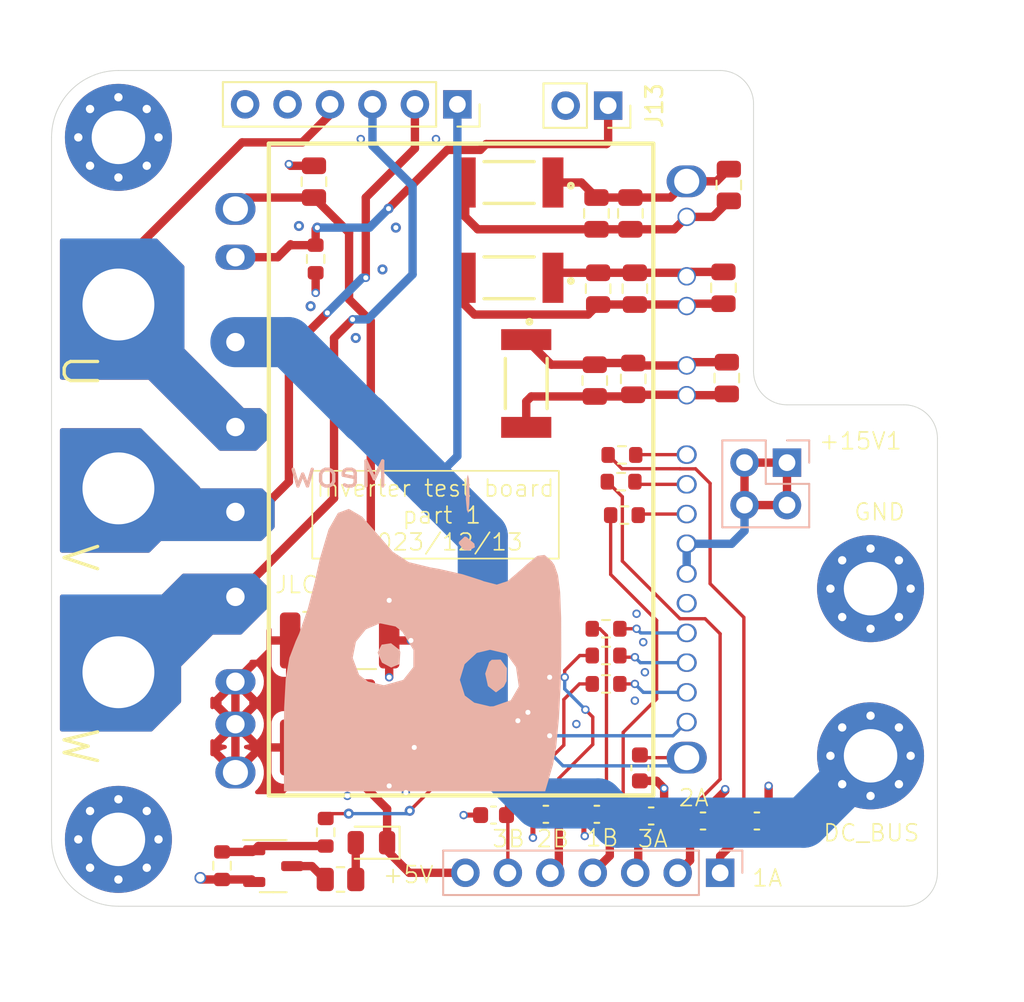
<source format=kicad_pcb>
(kicad_pcb (version 20221018) (generator pcbnew)
  (layers (0 "F.Cu" signal) (1 "In1.Cu" signal) (2 "In2.Cu" signal) (31 "B.Cu" signal) (34 "B.Paste" user) (35 "F.Paste" user) (36 "B.SilkS" user "B.Silkscreen") (37 "F.SilkS" user "F.Silkscreen") (38 "B.Mask" user) (39 "F.Mask" user) (44 "Edge.Cuts" user))
  (net 0 "")
  (net 1 "GND")
  (net 2 "+5V1")
  (net 3 "DC_BUS")
  (net 4 "/M+1")
  (net 5 "/M-1")
  (net 6 "/M+2")
  (net 7 "/M-2")
  (net 8 "/M+3")
  (net 9 "/M-3")
  (net 10 "/OPWM1A")
  (net 11 "/OPWM2A")
  (net 12 "/OPWM3A")
  (net 13 "/OPWM1B")
  (net 14 "/OPWM2B")
  (net 15 "/OPWM3B")
  (net 16 "Net-(Q2-CSC)")
  (net 17 "+15V1")
  (net 18 "Net-(D1-K)")
  (net 19 "/U")
  (net 20 "/V")
  (net 21 "/W")
  (net 22 "Net-(Q1-B)")
  (net 23 "Net-(Q1-C)")
  (net 24 "/TEMP1")
  (net 25 "/CSC")
  (net 26 "/DSP_PWM1_~{FAULT_5V}")
  (net 27 "Net-(Q2-IN(WL))")
  (net 28 "Net-(Q2-IN(VL))")
  (net 29 "Net-(Q2-IN(UL))")
  (net 30 "Net-(Q2-IN(WH))")
  (net 31 "Net-(Q2-IN(VH))")
  (net 32 "Net-(Q2-IN(UH))")
  (footprint "Capacitor_SMD:C_0805_2012Metric" (layer "F.Cu") (at 57.9 124.05 -90)
    (fp_text reference "C11" hide)
    (fp_text value "100nf")
  )
  (footprint "inverter_lib:M3_smt" (layer "F.Cu") (at 27 147)
    (fp_text reference "J11" hide)
    (fp_text value "Header 2")
  )
  (footprint "inverter_lib:MELF_DO-213AB" (layer "F.Cu") (at 50.375 123.4 180)
    (fp_text reference "Z2" hide)
    (fp_text value "ZM4746A-GS08" hide)
  )
  (footprint "Resistor_SMD:R_0603_1608Metric" (layer "F.Cu") (at 38.8 122.275 90)
    (fp_text reference "R12" hide)
    (fp_text value "5.1k")
  )
  (footprint "Capacitor_SMD:C_0805_2012Metric" (layer "F.Cu") (at 38.7 117.65 -90)
    (fp_text reference "C8" hide)
    (fp_text value "100nf")
  )
  (footprint "inverter_lib:MELF_DO-213AB" (layer "F.Cu") (at 51.4 129.725 -90)
    (fp_text reference "Z3" hide)
    (fp_text value "ZM4746A-GS08" hide)
  )
  (footprint "Package_TO_SOT_SMD:SOT-23-3" (layer "F.Cu") (at 36.2625 158.6)
    (fp_text reference "Q1" hide)
    (fp_text value "FMMT618TA")
  )
  (footprint "Resistor_SMD:R_0603_1608Metric" (layer "F.Cu") (at 39.4 156.575 90)
    (fp_text reference "R6" hide)
    (fp_text value "10K")
  )
  (footprint "Connector_PinSocket_2.54mm:PinSocket_1x02_P2.54mm_Vertical" (layer "F.Cu") (at 56.3 113.1 -90)
    (fp_text reference "J13")
    (fp_text value "Conn_01x02_Pin")
  )
  (footprint "Resistor_SMD:R_0603_1608Metric" (layer "F.Cu") (at 56.175 146 180)
    (fp_text reference "R17" hide)
    (fp_text value "100R")
  )
  (footprint "Capacitor_SMD:C_0805_2012Metric" (layer "F.Cu") (at 57.63 119.55 -90)
    (fp_text reference "C5" hide)
    (fp_text value "2.2uf")
  )
  (footprint "Resistor_SMD:R_0603_1608Metric" (layer "F.Cu") (at 57.125 134 180)
    (fp_text reference "R13" hide)
    (fp_text value "100R")
  )
  (footprint "Resistor_SMD:R_2512_6332Metric" (layer "F.Cu") (at 40.2375 145.1)
    (fp_text reference "R20" hide)
    (fp_text value "8mR")
  )
  (footprint "inverter_lib:M3_smt" (layer "F.Cu") (at 27 125)
    (fp_text reference "J8" hide)
    (fp_text value "Header 2")
  )
  (footprint "MountingHole:MountingHole_3.2mm_M3_Pad_Via" (layer "F.Cu") (at 27 115)
    (fp_text reference "H1" hide)
    (fp_text value "MountingHole_Pad")
  )
  (footprint "Capacitor_SMD:C_0603_1608Metric" (layer "F.Cu") (at 65.2 155.9 180)
    (fp_text reference "C15" hide)
    (fp_text value "100pf")
  )
  (footprint "Resistor_SMD:R_0603_1608Metric" (layer "F.Cu") (at 57.275 137.6 180)
    (fp_text reference "R15" hide)
    (fp_text value "100R")
  )
  (footprint "Capacitor_SMD:C_0805_2012Metric" (layer "F.Cu") (at 57.8 129.45 -90)
    (fp_text reference "C12" hide)
    (fp_text value "2.2uf")
  )
  (footprint "Capacitor_SMD:C_0603_1608Metric" (layer "F.Cu") (at 61.975 155.9 180)
    (fp_text reference "C16" hide)
    (fp_text value "100pf")
  )
  (footprint "Capacitor_SMD:C_0805_2012Metric" (layer "F.Cu") (at 63.4 129.4 -90)
    (fp_text reference "C14" hide)
    (fp_text value "100nf")
  )
  (footprint "Capacitor_SMD:C_0805_2012Metric" (layer "F.Cu") (at 63.2 124 -90)
    (fp_text reference "C10" hide)
    (fp_text value "2.2uf")
  )
  (footprint "MountingHole:MountingHole_3.2mm_M3_Pad_Via" (layer "F.Cu") (at 72 152)
    (fp_text reference "H3" hide)
    (fp_text value "MountingHole_Pad")
  )
  (footprint "MountingHole:MountingHole_3.2mm_M3_Pad_Via" (layer "F.Cu") (at 72 142)
    (fp_text reference "H4" hide)
    (fp_text value "MountingHole_Pad")
  )
  (footprint "Capacitor_SMD:C_0805_2012Metric" (layer "F.Cu") (at 55.6 119.55 -90)
    (fp_text reference "C6" hide)
    (fp_text value "2.2uf")
  )
  (footprint "Capacitor_SMD:C_0805_2012Metric" (layer "F.Cu") (at 55.5 129.55 -90)
    (fp_text reference "C13" hide)
    (fp_text value "2.2uf")
  )
  (footprint "inverter_lib:MELF_DO-213AB" (layer "F.Cu") (at 50.375 117.7 180)
    (fp_text reference "Z1" hide)
    (fp_text value "ZM4746A-GS08" hide)
  )
  (footprint "Resistor_SMD:R_0603_1608Metric" (layer "F.Cu") (at 57.075 135.6 180)
    (fp_text reference "R14" hide)
    (fp_text value "100R")
  )
  (footprint "LED_SMD:LED_0805_2012Metric" (layer "F.Cu") (at 42.1375 157.2 180)
    (fp_text reference "D1" hide)
    (fp_text value "LEDRED")
  )
  (footprint "Capacitor_SMD:C_0603_1608Metric" (layer "F.Cu") (at 55.625 155.5)
    (fp_text reference "C18" hide)
    (fp_text value "100pf")
  )
  (footprint "Capacitor_SMD:C_0805_2012Metric" (layer "F.Cu") (at 55.7 124.05 -90)
    (fp_text reference "C9" hide)
    (fp_text value "2.2uf")
  )
  (footprint "inverter_lib:M3_smt" (layer "F.Cu") (at 27 136)
    (fp_text reference "J9" hide)
    (fp_text value "Header 2")
  )
  (footprint "Resistor_SMD:R_0805_2012Metric" (layer "F.Cu") (at 40.2875 159.4)
    (fp_text reference "R3" hide)
    (fp_text value "301R")
  )
  (footprint "Capacitor_SMD:C_0603_1608Metric" (layer "F.Cu") (at 49.443141 155.546714)
    (fp_text reference "C20" hide)
    (fp_text value "100pf")
  )
  (footprint "Resistor_SMD:R_0603_1608Metric" (layer "F.Cu") (at 56.175 144.4 180)
    (fp_text reference "R16" hide)
    (fp_text value "100R")
  )
  (footprint "Resistor_SMD:R_0603_1608Metric" (layer "F.Cu") (at 33.2 158.575 -90)
    (fp_text reference "R7" hide)
    (fp_text value "2K")
  )
  (footprint "Capacitor_SMD:C_0603_1608Metric" (layer "F.Cu") (at 52.575 155.5)
    (fp_text reference "C19" hide)
    (fp_text value "100pf")
  )
  (footprint "Capacitor_SMD:C_0603_1608Metric" (layer "F.Cu") (at 58.875 155.6 180)
    (fp_text reference "C17" hide)
    (fp_text value "100pf")
  )
  (footprint "Resistor_SMD:R_0603_1608Metric" (layer "F.Cu") (at 56.175 147.7 180)
    (fp_text reference "R18" hide)
    (fp_text value "100R")
  )
  (footprint "Connector_PinSocket_2.54mm:PinSocket_1x06_P2.54mm_Vertical" (layer "F.Cu") (at 47.28 113.025 -90)
    (fp_text reference "J10" hide)
    (fp_text value "Conn_01x06_Pin")
  )
  (footprint "Resistor_SMD:R_2512_6332Metric" (layer "F.Cu") (at 40.2375 151.5)
    (fp_text reference "R19" hide)
    (fp_text value "8mR")
  )
  (footprint "MountingHole:MountingHole_3.2mm_M3_Pad_Via" (layer "F.Cu") (at 27 157)
    (fp_text reference "H2" hide)
    (fp_text value "MountingHole_Pad")
  )
  (footprint "Capacitor_SMD:C_0603_1608Metric" (layer "F.Cu") (at 58.2 152.725 90)
    (fp_text reference "C21" hide)
    (fp_text value "1nf")
  )
  (footprint "Capacitor_SMD:C_0805_2012Metric" (layer "F.Cu") (at 63.52 117.85 -90)
    (fp_text reference "C7" hide)
    (fp_text value "100nf")
  )
  (footprint "Resistor_SMD:R_1206_3216Metric" (layer "F.Cu") (at 40.3375 148.3 180)
    (fp_text reference "R21" hide)
    (fp_text value "2k")
  )
  (footprint "Connector_PinSocket_2.54mm:PinSocket_2x02_P2.54mm_Vertical" (layer "B.Cu") (at 67 134.46 90)
    (fp_text reference "J12" hide)
    (fp_text value "Conn_02x02_Odd_Even")
  )
  (footprint "LOGO" (layer "B.Cu") (at 46.988459 143.963477 180)
    (fp_text reference "G***" hide)
    (fp_text value "LOGO" hide)
  )
  (footprint "Connector_PinSocket_2.54mm:PinSocket_1x07_P2.54mm_Vertical" (layer "B.Cu") (at 63 159 90)
    (fp_text reference "J3" hide)
    (fp_text value "board_1")
  )
  (footprint "inverter_lib:FNC42060F" (layer "B.Cu") (at 47.5 135.3145)
    (fp_text reference "Q2" hide)
    (fp_text value "FNC42060F" hide)
  )
  (gr_rect (start 38.6 134.95) (end 53.35 140.2) (stroke (width 0.1)) (fill none) (layer "F.SilkS"))
  (gr_line (start 76 159) (end 76 133) (stroke (width 0.05)) (layer "Edge.Cuts"))
  (gr_line (start 23 115) (end 23 157) (stroke (width 0.05)) (layer "Edge.Cuts"))
  (gr_line (start 63 111) (end 27 111) (stroke (width 0.05)) (layer "Edge.Cuts"))
  (gr_arc (start 74 131) (mid 75.414214 131.585786) (end 76 133) (stroke (width 0.05)) (layer "Edge.Cuts"))
  (gr_line (start 67 131) (end 74 131) (stroke (width 0.05)) (layer "Edge.Cuts"))
  (gr_arc (start 63 111) (mid 64.414214 111.585786) (end 65 113) (stroke (width 0.05)) (layer "Edge.Cuts"))
  (gr_arc (start 76 159) (mid 75.414214 160.414214) (end 74 161) (stroke (width 0.05)) (layer "Edge.Cuts"))
  (gr_arc (start 23 115) (mid 24.171573 112.171573) (end 27 111) (stroke (width 0.05)) (layer "Edge.Cuts"))
  (gr_arc (start 67 131) (mid 65.585786 130.414214) (end 65 129) (stroke (width 0.05)) (layer "Edge.Cuts"))
  (gr_line (start 74 161) (end 27 161) (stroke (width 0.05)) (layer "Edge.Cuts"))
  (gr_arc (start 27 161) (mid 24.171573 159.828427) (end 23 157) (stroke (width 0.05)) (layer "Edge.Cuts"))
  (gr_line (start 65 113) (end 65 129) (stroke (width 0.05)) (layer "Edge.Cuts"))
  (gr_text "Meow" (at 43.3 136.05) (layer "B.SilkS") (effects (font (size 1.5 1.5) (thickness 0.2) bold) (justify left bottom mirror)))
  (gr_text "GND" (at 70.95 138) (layer "F.SilkS") (effects (font (size 1 1) (thickness 0.1)) (justify left bottom)))
  (gr_text "3B" (at 49.3 157.55) (layer "F.SilkS") (effects (font (size 1 1) (thickness 0.1)) (justify left bottom)))
  (gr_text "3A" (at 58 157.55) (layer "F.SilkS") (effects (font (size 1 1) (thickness 0.1)) (justify left bottom)))
  (gr_text "2B" (at 51.95 157.55) (layer "F.SilkS") (effects (font (size 1 1) (thickness 0.1)) (justify left bottom)))
  (gr_text "DC_BUS" (at 69.1 157.2) (layer "F.SilkS") (effects (font (size 1 1) (thickness 0.1)) (justify left bottom)))
  (gr_text "+5V" (at 42.75 159.7) (layer "F.SilkS") (effects (font (size 1 1) (thickness 0.1)) (justify left bottom)))
  (gr_text "inverter test board \npart 1\n2023/12/13" (at 46.35 139.8) (layer "F.SilkS") (effects (font (size 1 1) (thickness 0.1)) (justify bottom)))
  (gr_text "2A" (at 60.45 155.1) (layer "F.SilkS") (effects (font (size 1 1) (thickness 0.1)) (justify left bottom)))
  (gr_text "V" (at 23.5 139.15 270) (layer "F.SilkS") (effects (font (size 2 2) (thickness 0.2)) (justify left bottom)))
  (gr_text "1B" (at 54.9 157.5) (layer "F.SilkS") (effects (font (size 1 1) (thickness 0.1)) (justify left bottom)))
  (gr_text "W" (at 23.5 150.15 270) (layer "F.SilkS") (effects (font (size 2 2) (thickness 0.2)) (justify left bottom)))
  (gr_text "U" (at 23.5 127.8 270) (layer "F.SilkS") (effects (font (size 2 2) (thickness 0.2)) (justify left bottom)))
  (gr_text "JLCJLCJLC" (at 36.3 142.35) (layer "F.SilkS") (effects (font (size 1 1) (thickness 0.1)) (justify left bottom)))
  (gr_text "1A" (at 64.85 159.9) (layer "F.SilkS") (effects (font (size 1 1) (thickness 0.1)) (justify left bottom)))
  (gr_text "+15V1\n" (at 68.85 133.75) (layer "F.SilkS") (effects (font (size 1 1) (thickness 0.1)) (justify left bottom)))
  (segment (start 51.8 155.5) (end 51.8 156.9) (width 0.3) (layer "F.Cu") (net 1))
  (segment (start 62.75 154.65) (end 63.3 154.1) (width 0.5) (layer "F.Cu") (net 1))
  (segment (start 51.8 156.9) (end 51.8 156.8) (width 0.3) (layer "F.Cu") (net 1))
  (segment (start 65.975 155.9) (end 65.9 155.825) (width 0.5) (layer "F.Cu") (net 1))
  (segment (start 58.2 153.5) (end 59.2 153.5) (width 0.5) (layer "F.Cu") (net 1))
  (segment (start 43.2 145.1) (end 44.5 145.1) (width 0.5) (layer "F.Cu") (net 1))
  (segment (start 37.3 116.7) (end 37.2 116.6) (width 0.5) (layer "F.Cu") (net 1))
  (segment (start 65.9 155.825) (end 65.9 153.8) (width 0.5) (layer "F.Cu") (net 1))
  (segment (start 48.668141 155.546714) (end 47.653286 155.546714) (width 0.3) (layer "F.Cu") (net 1))
  (segment (start 33.2 159.4) (end 32 159.4) (width 0.5) (layer "F.Cu") (net 1))
  (segment (start 38.7 116.7) (end 37.3 116.7) (width 0.5) (layer "F.Cu") (net 1))
  (segment (start 55 156.8) (end 54.9 156.7) (width 0.3) (layer "F.Cu") (net 1))
  (segment (start 59.65 155.6) (end 59.65 153.95) (width 0.5) (layer "F.Cu") (net 1))
  (segment (start 43.2 151.5) (end 44.7 151.5) (width 0.5) (layer "F.Cu") (net 1))
  (segment (start 62.75 155.9) (end 62.75 154.65) (width 0.5) (layer "F.Cu") (net 1))
  (segment (start 63.3 154.1) (end 63.3 154) (width 0.5) (layer "F.Cu") (net 1))
  (segment (start 43.2 145.1) (end 43.2 147.3) (width 0.5) (layer "F.Cu") (net 1))
  (segment (start 43.2 151.5) (end 43.2 153.8) (width 0.5) (layer "F.Cu") (net 1))
  (segment (start 43.2 145.1) (end 43.2 142.7) (width 0.5) (layer "F.Cu") (net 1))
  (segment (start 54.9 156.7) (end 54.9 156.8) (width 0.3) (layer "F.Cu") (net 1))
  (segment (start 54.9 156.8) (end 55 156.8) (width 0.3) (layer "F.Cu") (net 1))
  (segment (start 33.2 159.4) (end 34.975 159.4) (width 0.5) (layer "F.Cu") (net 1))
  (segment (start 54.85 156.65) (end 54.9 156.7) (width 0.3) (layer "F.Cu") (net 1))
  (segment (start 38.8 123.1) (end 38.8 124.3) (width 0.5) (layer "F.Cu") (net 1))
  (segment (start 32 159.4) (end 31.9 159.3) (width 0.5) (layer "F.Cu") (net 1))
  (segment (start 59.2 153.5) (end 59.65 153.95) (width 0.5) (layer "F.Cu") (net 1))
  (segment (start 47.6 155.6) (end 47.653286 155.546714) (width 0.3) (layer "F.Cu") (net 1))
  (segment (start 54.85 155.5) (end 54.85 156.65) (width 0.3) (layer "F.Cu") (net 1))
  (segment (start 34.975 159.4) (end 35.125 159.55) (width 0.5) (layer "F.Cu") (net 1))
  (via (at 42.8 122.9) (size 0.6) (drill 0.3) (layers "F.Cu" "B.Cu") (net 1))
  (via (at 41.2 127) (size 0.6) (drill 0.3) (layers "F.Cu" "B.Cu") (net 1))
  (via (at 44.5 145.1) (size 0.5) (drill 0.3) (layers "F.Cu" "B.Cu") (net 1))
  (via (at 59.65 153.95) (size 0.5) (drill 0.3) (layers "F.Cu" "B.Cu") (net 1))
  (via (at 38.5 125.1) (size 0.6) (drill 0.3) (layers "F.Cu" "B.Cu") (net 1))
  (via (at 65.9 153.8) (size 0.5) (drill 0.3) (layers "F.Cu" "B.Cu") (net 1))
  (via (at 43.6 120.4) (size 0.6) (drill 0.3) (layers "F.Cu" "B.Cu") (net 1))
  (via (at 54.4 150.1) (size 0.5) (drill 0.3) (layers "F.Cu" "B.Cu") (net 1))
  (via (at 58.5 147) (size 0.5) (drill 0.3) (layers "F.Cu" "B.Cu") (net 1))
  (via (at 43.2 142.7) (size 0.5) (drill 0.3) (layers "F.Cu" "B.Cu") (net 1))
  (via (at 58 143.5) (size 0.5) (drill 0.3) (layers "F.Cu" "B.Cu") (net 1))
  (via (at 37.8 120.3) (size 0.6) (drill 0.3) (layers "F.Cu" "B.Cu") (net 1))
  (via (at 51.8 156.9) (size 0.5) (drill 0.3) (layers "F.Cu" "B.Cu") (net 1))
  (via (at 58.4 145.2) (size 0.5) (drill 0.3) (layers "F.Cu" "B.Cu") (net 1))
  (via (at 63.3 154) (size 0.5) (drill 0.3) (layers "F.Cu" "B.Cu") (net 1))
  (via (at 52.8 147.3) (size 0.6) (drill 0.3) (layers "F.Cu" "B.Cu") (net 1))
  (via (at 57.9 148.7) (size 0.5) (drill 0.3) (layers "F.Cu" "B.Cu") (net 1))
  (via (at 51.5 149.4) (size 0.6) (drill 0.3) (layers "F.Cu" "B.Cu") (net 1))
  (via (at 46 115.1) (size 0.5) (drill 0.3) (layers "F.Cu" "B.Cu") (net 1))
  (via (at 41.5 115.1) (size 0.5) (drill 0.3) (layers "F.Cu" "B.Cu") (net 1))
  (via (at 54.9 156.8) (size 0.5) (drill 0.3) (layers "F.Cu" "B.Cu") (net 1))
  (via (at 40.7 154.4) (size 0.5) (drill 0.3) (layers "F.Cu" "B.Cu") (net 1))
  (via (at 44.7 151.5) (size 0.5) (drill 0.3) (layers "F.Cu" "B.Cu") (net 1))
  (via (at 38.8 124.3) (size 0.5) (drill 0.3) (layers "F.Cu" "B.Cu") (net 1))
  (via (at 44.2 154.2) (size 0.5) (drill 0.3) (layers "F.Cu" "B.Cu") (net 1))
  (via (at 37.2 116.6) (size 0.5) (drill 0.3) (layers "F.Cu" "B.Cu") (net 1))
  (via (at 43.2 147.3) (size 0.5) (drill 0.3) (layers "F.Cu" "B.Cu") (net 1))
  (via (at 43.2 153.8) (size 0.5) (drill 0.3) (layers "F.Cu" "B.Cu") (net 1))
  (via (at 47.653286 155.546714) (size 0.5) (drill 0.3) (layers "F.Cu" "B.Cu") (net 1))
  (via (at 31.9 159.3) (size 0.7) (drill 0.5) (layers "F.Cu" "B.Cu") (net 1))
  (segment (start 40.8 124.68995) (end 40.8 120.7) (width 0.5) (layer "F.Cu") (net 2))
  (segment (start 44.4 159) (end 47.76 159) (width 0.5) (layer "F.Cu") (net 2))
  (segment (start 40.6 140.3) (end 42.1 138.8) (width 0.5) (layer "F.Cu") (net 2))
  (segment (start 42.1 138.8) (end 42.1 125.98995) (width 0.5) (layer "F.Cu") (net 2))
  (segment (start 43.075 155.175) (end 40.6 152.7) (width 0.5) (layer "F.Cu") (net 2))
  (segment (start 43.075 157.2) (end 43.075 157.675) (width 0.5) (layer "F.Cu") (net 2))
  (segment (start 43.075 157.2) (end 43.075 155.175) (width 0.5) (layer "F.Cu") (net 2))
  (segment (start 34.68 118.6) (end 34 119.28) (width 0.5) (layer "F.Cu") (net 2))
  (segment (start 40.6 152.7) (end 40.6 140.3) (width 0.5) (layer "F.Cu") (net 2))
  (segment (start 38.7 118.6) (end 34.68 118.6) (width 0.5) (layer "F.Cu") (net 2))
  (segment (start 42.1 125.98995) (end 40.8 124.68995) (width 0.5) (layer "F.Cu") (net 2))
  (segment (start 43.075 157.675) (end 44.4 159) (width 0.5) (layer "F.Cu") (net 2))
  (segment (start 40.8 120.7) (end 38.7 118.6) (width 0.5) (layer "F.Cu") (net 2))
  (segment (start 68 156) (end 72 152) (width 3) (layer "B.Cu") (net 3))
  (segment (start 48.8 151.5) (end 52.15 154.85) (width 3) (layer "B.Cu") (net 3))
  (segment (start 48.8 138.85) (end 48.8 151.5) (width 3) (layer "B.Cu") (net 3))
  (segment (start 45.65 135.7) (end 47.28 134.07) (width 0.5) (layer "B.Cu") (net 3))
  (segment (start 41.775 131.825) (end 41.725 131.825) (width 3) (layer "B.Cu") (net 3))
  (segment (start 56.85 156) (end 68 156) (width 3) (layer "B.Cu") (net 3))
  (segment (start 37.15 127.25) (end 34 127.25) (width 3) (layer "B.Cu") (net 3))
  (segment (start 55.707717 154.85) (end 56.85 155.992283) (width 3) (layer "B.Cu") (net 3))
  (segment (start 41.725 131.825) (end 37.15 127.25) (width 3) (layer "B.Cu") (net 3))
  (segment (start 56.85 155.992283) (end 56.85 156) (width 3) (layer "B.Cu") (net 3))
  (segment (start 45.65 135.7) (end 48.8 138.85) (width 3) (layer "B.Cu") (net 3))
  (segment (start 45.65 135.7) (end 41.775 131.825) (width 3) (layer "B.Cu") (net 3))
  (segment (start 47.28 134.07) (end 47.28 113.025) (width 0.5) (layer "B.Cu") (net 3))
  (segment (start 52.15 154.85) (end 55.707717 154.85) (width 3) (layer "B.Cu") (net 3))
  (segment (start 57.63 118.6) (end 60.029 118.6) (width 0.5) (layer "F.Cu") (net 4))
  (segment (start 53 117.7) (end 54.7 117.7) (width 0.5) (layer "F.Cu") (net 4))
  (segment (start 60.029 118.6) (end 61 117.629) (width 0.5) (layer "F.Cu") (net 4))
  (segment (start 55.6 118.6) (end 57.63 118.6) (width 0.5) (layer "F.Cu") (net 4))
  (segment (start 54.7 117.7) (end 55.6 118.6) (width 0.5) (layer "F.Cu") (net 4))
  (segment (start 61 117.629) (end 62.791 117.629) (width 0.5) (layer "F.Cu") (net 4))
  (segment (start 62.791 117.629) (end 63.52 116.9) (width 0.5) (layer "F.Cu") (net 4))
  (segment (start 60.257 120.5) (end 57.63 120.5) (width 0.5) (layer "F.Cu") (net 5))
  (segment (start 47.75 119.75) (end 47.75 117.7) (width 0.5) (layer "F.Cu") (net 5))
  (segment (start 55.6 120.5) (end 48.5 120.5) (width 0.5) (layer "F.Cu") (net 5))
  (segment (start 57.63 120.5) (end 55.6 120.5) (width 0.5) (layer "F.Cu") (net 5))
  (segment (start 63.52 118.8) (end 62.563 119.757) (width 0.5) (layer "F.Cu") (net 5))
  (segment (start 62.563 119.757) (end 61 119.757) (width 0.5) (layer "F.Cu") (net 5))
  (segment (start 48.5 120.5) (end 47.75 119.75) (width 0.5) (layer "F.Cu") (net 5))
  (segment (start 61 119.757) (end 60.257 120.5) (width 0.5) (layer "F.Cu") (net 5))
  (segment (start 53.3 123.1) (end 55.7 123.1) (width 0.5) (layer "F.Cu") (net 6))
  (segment (start 53 123.4) (end 53.3 123.1) (width 0.5) (layer "F.Cu") (net 6))
  (segment (start 61.263 123.05) (end 61 123.313) (width 0.5) (layer "F.Cu") (net 6))
  (segment (start 57.9 123.1) (end 60.787 123.1) (width 0.5) (layer "F.Cu") (net 6))
  (segment (start 60.787 123.1) (end 61 123.313) (width 0.5) (layer "F.Cu") (net 6))
  (segment (start 55.7 123.1) (end 57.9 123.1) (width 0.5) (layer "F.Cu") (net 6))
  (segment (start 63.2 123.05) (end 61.263 123.05) (width 0.5) (layer "F.Cu") (net 6))
  (segment (start 63.2 124.95) (end 61.141 124.95) (width 0.5) (layer "F.Cu") (net 7))
  (segment (start 57.9 125) (end 55.7 125) (width 0.5) (layer "F.Cu") (net 7))
  (segment (start 55.7 125) (end 55.1 125.6) (width 0.5) (layer "F.Cu") (net 7))
  (segment (start 47.75 125.05) (end 47.75 123.4) (width 0.5) (layer "F.Cu") (net 7))
  (segment (start 61.141 124.95) (end 61 125.091) (width 0.5) (layer "F.Cu") (net 7))
  (segment (start 55.1 125.6) (end 48.3 125.6) (width 0.5) (layer "F.Cu") (net 7))
  (segment (start 48.3 125.6) (end 47.75 125.05) (width 0.5) (layer "F.Cu") (net 7))
  (segment (start 60.909 125) (end 61 125.091) (width 0.5) (layer "F.Cu") (net 7))
  (segment (start 57.9 125) (end 60.909 125) (width 0.5) (layer "F.Cu") (net 7))
  (segment (start 63.4 128.45) (end 61.197 128.45) (width 0.5) (layer "F.Cu") (net 8))
  (segment (start 52.9 128.6) (end 51.4 127.1) (width 0.5) (layer "F.Cu") (net 8))
  (segment (start 55.5 128.6) (end 52.9 128.6) (width 0.5) (layer "F.Cu") (net 8))
  (segment (start 57.8 128.5) (end 55.6 128.5) (width 0.5) (layer "F.Cu") (net 8))
  (segment (start 61 128.647) (end 57.947 128.647) (width 0.5) (layer "F.Cu") (net 8))
  (segment (start 61.197 128.45) (end 61 128.647) (width 0.5) (layer "F.Cu") (net 8))
  (segment (start 55.6 128.5) (end 55.5 128.6) (width 0.5) (layer "F.Cu") (net 8))
  (segment (start 57.947 128.647) (end 57.8 128.5) (width 0.5) (layer "F.Cu") (net 8))
  (segment (start 57.8 130.4) (end 60.975 130.4) (width 0.5) (layer "F.Cu") (net 9))
  (segment (start 61 130.425) (end 63.325 130.425) (width 0.5) (layer "F.Cu") (net 9))
  (segment (start 63.325 130.425) (end 63.4 130.35) (width 0.5) (layer "F.Cu") (net 9))
  (segment (start 51.4 130.8) (end 51.7 130.5) (width 0.5) (layer "F.Cu") (net 9))
  (segment (start 55.5 130.5) (end 57.7 130.5) (width 0.5) (layer "F.Cu") (net 9))
  (segment (start 51.4 132.35) (end 51.4 130.8) (width 0.5) (layer "F.Cu") (net 9))
  (segment (start 60.975 130.4) (end 61 130.425) (width 0.5) (layer "F.Cu") (net 9))
  (segment (start 57.7 130.5) (end 57.8 130.4) (width 0.5) (layer "F.Cu") (net 9))
  (segment (start 51.7 130.5) (end 55.5 130.5) (width 0.5) (layer "F.Cu") (net 9))
  (segment (start 64.425 156.575) (end 63 158) (width 0.5) (layer "F.Cu") (net 10))
  (segment (start 56.3 134) (end 57.125 134.825) (width 0.2) (layer "F.Cu") (net 10))
  (segment (start 63 158) (end 63 159) (width 0.5) (layer "F.Cu") (net 10))
  (segment (start 60.597918 134.831) (end 61.531 134.831) (width 0.2) (layer "F.Cu") (net 10))
  (segment (start 64.425 155.9) (end 64.425 156.575) (width 0.5) (layer "F.Cu") (net 10))
  (segment (start 61.531 134.831) (end 62.4 135.7) (width 0.2) (layer "F.Cu") (net 10))
  (segment (start 60.591918 134.825) (end 60.597918 134.831) (width 0.2) (layer "F.Cu") (net 10))
  (segment (start 62.4 135.7) (end 62.4 141.7) (width 0.2) (layer "F.Cu") (net 10))
  (segment (start 64.42 155.895) (end 64.425 155.9) (width 0.2) (layer "F.Cu") (net 10))
  (segment (start 64.42 143.72) (end 64.42 155.895) (width 0.2) (layer "F.Cu") (net 10))
  (segment (start 62.4 141.7) (end 64.42 143.72) (width 0.2) (layer "F.Cu") (net 10))
  (segment (start 57.125 134.825) (end 60.591918 134.825) (width 0.2) (layer "F.Cu") (net 10))
  (segment (start 57.15 140.351082) (end 60.597918 143.799) (width 0.2) (layer "F.Cu") (net 11))
  (segment (start 61.2 155.9) (end 61.2 158.26) (width 0.5) (layer "F.Cu") (net 11))
  (segment (start 61.2 158.26) (end 60.46 159) (width 0.5) (layer "F.Cu") (net 11))
  (segment (start 63 153.4) (end 61.2 155.2) (width 0.2) (layer "F.Cu") (net 11))
  (segment (start 62.099 143.799) (end 63 144.7) (width 0.2) (layer "F.Cu") (net 11))
  (segment (start 60.597918 143.799) (end 62.099 143.799) (width 0.2) (layer "F.Cu") (net 11))
  (segment (start 61.2 155.2) (end 61.2 155.9) (width 0.2) (layer "F.Cu") (net 11))
  (segment (start 63 144.7) (end 63 153.4) (width 0.2) (layer "F.Cu") (net 11))
  (segment (start 57.15 136.5) (end 57.15 140.351082) (width 0.2) (layer "F.Cu") (net 11))
  (segment (start 56.25 135.6) (end 57.15 136.5) (width 0.2) (layer "F.Cu") (net 11))
  (segment (start 57.2 154.7) (end 57.2 150.6) (width 0.2) (layer "F.Cu") (net 12))
  (segment (start 58.1 155.6) (end 58.1 158.82) (width 0.5) (layer "F.Cu") (net 12))
  (segment (start 59.2 148.6) (end 59.2 143.9) (width 0.2) (layer "F.Cu") (net 12))
  (segment (start 56.45 141.15) (end 56.45 137.6) (width 0.2) (layer "F.Cu") (net 12))
  (segment (start 58.1 158.82) (end 57.92 159) (width 0.5) (layer "F.Cu") (net 12))
  (segment (start 57.2 150.6) (end 59.2 148.6) (width 0.2) (layer "F.Cu") (net 12))
  (segment (start 59.2 143.9) (end 56.45 141.15) (width 0.2) (layer "F.Cu") (net 12))
  (segment (start 58.1 155.6) (end 57.2 154.7) (width 0.2) (layer "F.Cu") (net 12))
  (segment (start 55.35 144.4) (end 55.8 144.4) (width 0.2) (layer "F.Cu") (net 13))
  (segment (start 55.8 144.4) (end 56.2 144.8) (width 0.2) (layer "F.Cu") (net 13))
  (segment (start 56.2 155.3) (end 56.4 155.5) (width 0.2) (layer "F.Cu") (net 13))
  (segment (start 56.4 157.98) (end 55.38 159) (width 0.5) (layer "F.Cu") (net 13))
  (segment (start 56.4 155.5) (end 56.4 157.98) (width 0.5) (layer "F.Cu") (net 13))
  (segment (start 56.2 144.8) (end 56.2 155.3) (width 0.2) (layer "F.Cu") (net 13))
  (segment (start 55.38 149.68) (end 55.38 151.32) (width 0.2) (layer "F.Cu") (net 14))
  (segment (start 53.35 153.35) (end 53.35 155.5) (width 0.2) (layer "F.Cu") (net 14))
  (segment (start 53.35 158.49) (end 52.84 159) (width 0.5) (layer "F.Cu") (net 14))
  (segment (start 53.35 155.5) (end 53.35 158.49) (width 0.5) (layer "F.Cu") (net 14))
  (segment (start 53.7 147.3) (end 53.7 146.9) (width 0.2) (layer "F.Cu") (net 14))
  (segment (start 55.38 151.32) (end 53.35 153.35) (width 0.2) (layer "F.Cu") (net 14))
  (segment (start 53.7 146.9) (end 54.6 146) (width 0.2) (layer "F.Cu") (net 14))
  (segment (start 54.6 146) (end 55.35 146) (width 0.2) (layer "F.Cu") (net 14))
  (segment (start 54.94 149.24) (end 55.38 149.68) (width 0.2) (layer "F.Cu") (net 14))
  (via (at 53.7 147.3) (size 0.5) (drill 0.3) (layers "F.Cu" "B.Cu") (net 14))
  (via (at 54.94 149.24) (size 0.5) (drill 0.3) (layers "F.Cu" "B.Cu") (net 14))
  (segment (start 53.7 148) (end 53.7 147.3) (width 0.2) (layer "B.Cu") (net 14))
  (segment (start 54.94 149.24) (end 53.7 148) (width 0.2) (layer "B.Cu") (net 14))
  (segment (start 54.58 147.7) (end 53.65 148.63) (width 0.2) (layer "F.Cu") (net 15))
  (segment (start 53.65 151.36) (end 50.218141 154.791859) (width 0.2) (layer "F.Cu") (net 15))
  (segment (start 55.35 147.7) (end 54.58 147.7) (width 0.2) (layer "F.Cu") (net 15))
  (segment (start 50.218141 154.791859) (end 50.218141 155.546714) (width 0.2) (layer "F.Cu") (net 15))
  (segment (start 50.3 155.628573) (end 50.3 159) (width 0.2) (layer "F.Cu") (net 15))
  (segment (start 50.218141 155.546714) (end 50.3 155.628573) (width 0.2) (layer "F.Cu") (net 15))
  (segment (start 53.65 148.63) (end 53.65 151.36) (width 0.2) (layer "F.Cu") (net 15))
  (segment (start 49.4 148.4) (end 41.9 148.4) (width 0.2) (layer "F.Cu") (net 16))
  (segment (start 41.9 148.4) (end 41.8 148.3) (width 0.2) (layer "F.Cu") (net 16))
  (segment (start 50.9 149.9) (end 49.4 148.4) (width 0.2) (layer "F.Cu") (net 16))
  (segment (start 58.2 151.95) (end 58.361 152.111) (width 0.2) (layer "F.Cu") (net 16))
  (segment (start 58.361 152.111) (end 61 152.111) (width 0.2) (layer "F.Cu") (net 16))
  (via (at 50.9 149.9) (size 0.5) (drill 0.3) (layers "F.Cu" "B.Cu") (net 16))
  (segment (start 60.811 152.111) (end 61 152.111) (width 0.2) (layer "B.Cu") (net 16))
  (segment (start 50.9 149.9) (end 53.6 152.6) (width 0.2) (layer "B.Cu") (net 16))
  (segment (start 60.322 152.6) (end 60.811 152.111) (width 0.2) (layer "B.Cu") (net 16))
  (segment (start 53.6 152.6) (end 60.322 152.6) (width 0.2) (layer "B.Cu") (net 16))
  (segment (start 67 137) (end 67 134.46) (width 0.5) (layer "F.Cu") (net 17))
  (segment (start 67 134.46) (end 64.46 134.46) (width 0.5) (layer "F.Cu") (net 17))
  (segment (start 64.46 137) (end 67 137) (width 0.5) (layer "F.Cu") (net 17))
  (segment (start 64.46 134.46) (end 64.46 137) (width 0.5) (layer "F.Cu") (net 17))
  (segment (start 61 141.09301) (end 61 139.315) (width 0.5) (layer "B.Cu") (net 17))
  (segment (start 64.46 138.54) (end 63.685 139.315) (width 0.5) (layer "B.Cu") (net 17))
  (segment (start 63.685 139.315) (end 61 139.315) (width 0.5) (layer "B.Cu") (net 17))
  (segment (start 64.46 137) (end 64.46 138.54) (width 0.5) (layer "B.Cu") (net 17))
  (segment (start 41.2 157.2) (end 41.2 159.4) (width 0.5) (layer "F.Cu") (net 18))
  (segment (start 39.66 113.025) (end 39.66 113.64) (width 0.5) (layer "F.Cu") (net 19))
  (segment (start 39.66 113.2) (end 39.66 113.025) (width 0.5) (layer "F.Cu") (net 19))
  (segment (start 39.66 113.64) (end 38 115.3) (width 0.5) (layer "F.Cu") (net 19))
  (segment (start 38 115.3) (end 34.4 115.3) (width 0.5) (layer "F.Cu") (net 19))
  (segment (start 27 122.7) (end 27 125) (width 0.5) (layer "F.Cu") (net 19))
  (segment (start 34.4 115.3) (end 27 122.7) (width 0.5) (layer "F.Cu") (net 19))
  (segment (start 44.74 115.66) (end 44.74 113.2) (width 0.5) (layer "F.Cu") (net 20))
  (segment (start 37.2 127.8) (end 37.2 135.6) (width 0.5) (layer "F.Cu") (net 20))
  (segment (start 35.39 137.41) (end 34 137.41) (width 0.5) (layer "F.Cu") (net 20))
  (segment (start 41.8 118.6) (end 44.74 115.66) (width 0.5) (layer "F.Cu") (net 20))
  (segment (start 39.5 125.5) (end 37.2 127.8) (width 0.5) (layer "F.Cu") (net 20))
  (segment (start 41.8 123.4) (end 41.8 118.6) (width 0.5) (layer "F.Cu") (net 20))
  (segment (start 37.2 135.6) (end 35.39 137.41) (width 0.5) (layer "F.Cu") (net 20))
  (via (at 39.5 125.5) (size 0.5) (drill 0.3) (layers "F.Cu" "B.Cu") (net 20))
  (via (at 41.8 123.4) (size 0.5) (drill 0.3) (layers "F.Cu" "B.Cu") (net 20))
  (segment (start 41.8 123.4) (end 41.6 123.4) (width 0.5) (layer "B.Cu") (net 20))
  (segment (start 41.6 123.4) (end 39.5 125.5) (width 0.5) (layer "B.Cu") (net 20))
  (segment (start 39.9005 126.9995) (end 39.9005 136.5895) (width 0.5) (layer "F.Cu") (net 21))
  (segment (start 39.9005 136.5895) (end 34 142.49) (width 0.5) (layer "F.Cu") (net 21))
  (segment (start 41.010403 125.889597) (end 39.9005 126.9995) (width 0.5) (layer "F.Cu") (net 21))
  (via (at 41.010403 125.889597) (size 0.5) (drill 0.3) (layers "F.Cu" "B.Cu") (net 21))
  (segment (start 44.6 117.9) (end 42.2 115.5) (width 0.5) (layer "B.Cu") (net 21))
  (segment (start 41.010403 125.889597) (end 41.910903 125.889597) (width 0.5) (layer "B.Cu") (net 21))
  (segment (start 44.6 123.2005) (end 44.6 117.9) (width 0.5) (layer "B.Cu") (net 21))
  (segment (start 41.910903 125.889597) (end 44.6 123.2005) (width 0.5) (layer "B.Cu") (net 21))
  (segment (start 42.2 115.5) (end 42.2 113.2) (width 0.5) (layer "B.Cu") (net 21))
  (segment (start 39.4 157.4) (end 35.375 157.4) (width 0.5) (layer "F.Cu") (net 22))
  (segment (start 35.375 157.4) (end 35.125 157.65) (width 0.5) (layer "F.Cu") (net 22))
  (segment (start 35.025 157.75) (end 35.125 157.65) (width 0.5) (layer "F.Cu") (net 22))
  (segment (start 33.2 157.75) (end 35.025 157.75) (width 0.5) (layer "F.Cu") (net 22))
  (segment (start 38.575 158.6) (end 39.375 159.4) (width 0.5) (layer "F.Cu") (net 23))
  (segment (start 37.4 158.6) (end 38.575 158.6) (width 0.5) (layer "F.Cu") (net 23))
  (segment (start 37.35 121.45) (end 38.8 121.45) (width 0.5) (layer "F.Cu") (net 24))
  (segment (start 56.3 115.3) (end 56.3 113.1) (width 0.5) (layer "F.Cu") (net 24))
  (segment (start 37.3 121.4) (end 37.35 121.45) (width 0.5) (layer "F.Cu") (net 24))
  (segment (start 34 122.17) (end 36.53 122.17) (width 0.5) (layer "F.Cu") (net 24))
  (segment (start 38.8 121.45) (end 38.8 120.5) (width 0.5) (layer "F.Cu") (net 24))
  (segment (start 48.65 115.75) (end 49 115.4) (width 0.5) (layer "F.Cu") (net 24))
  (segment (start 38.8 120.5) (end 38.9 120.4) (width 0.5) (layer "F.Cu") (net 24))
  (segment (start 43.1625 119.2625) (end 46.675 115.75) (width 0.5) (layer "F.Cu") (net 24))
  (segment (start 49 115.4) (end 56.2 115.4) (width 0.5) (layer "F.Cu") (net 24))
  (segment (start 36.53 122.17) (end 37.3 121.4) (width 0.5) (layer "F.Cu") (net 24))
  (segment (start 46.675 115.75) (end 48.65 115.75) (width 0.5) (layer "F.Cu") (net 24))
  (segment (start 56.2 115.4) (end 56.3 115.3) (width 0.5) (layer "F.Cu") (net 24))
  (via (at 38.9 120.4) (size 0.6) (drill 0.3) (layers "F.Cu" "B.Cu") (net 24))
  (via (at 43.1625 119.2625) (size 0.6) (drill 0.3) (layers "F.Cu" "B.Cu") (net 24))
  (segment (start 42.025 120.4) (end 38.9 120.4) (width 0.5) (layer "B.Cu") (net 24))
  (segment (start 43.1625 119.2625) (end 42.025 120.4) (width 0.5) (layer "B.Cu") (net 24))
  (segment (start 34 147.57) (end 34 153) (width 0.5) (layer "F.Cu") (net 25))
  (segment (start 39.69 155.46) (end 39.4 155.75) (width 0.2) (layer "F.Cu") (net 26))
  (segment (start 47.16 152.56) (end 44.43 155.29) (width 0.2) (layer "F.Cu") (net 26))
  (segment (start 50.73 152.56) (end 47.16 152.56) (width 0.2) (layer "F.Cu") (net 26))
  (segment (start 40.78 155.46) (end 39.69 155.46) (width 0.2) (layer "F.Cu") (net 26))
  (segment (start 52.8 150.8) (end 52.49 150.8) (width 0.2) (layer "F.Cu") (net 26))
  (segment (start 52.49 150.8) (end 50.73 152.56) (width 0.2) (layer "F.Cu") (net 26))
  (via (at 44.43 155.29) (size 0.6) (drill 0.3) (layers "F.Cu" "B.Cu") (net 26))
  (via (at 40.78 155.46) (size 0.6) (drill 0.3) (layers "F.Cu" "B.Cu") (net 26))
  (via (at 52.8 150.8) (size 0.6) (drill 0.3) (layers "F.Cu" "B.Cu") (net 26))
  (segment (start 44.26 155.46) (end 40.78 155.46) (width 0.2) (layer "B.Cu") (net 26))
  (segment (start 52.8 150.8) (end 60.183 150.8) (width 0.2) (layer "B.Cu") (net 26))
  (segment (start 44.43 155.29) (end 44.26 155.46) (width 0.2) (layer "B.Cu") (net 26))
  (segment (start 60.183 150.8) (end 61 149.983) (width 0.2) (layer "B.Cu") (net 26))
  (segment (start 57.9 147.7) (end 57 147.7) (width 0.2) (layer "F.Cu") (net 27))
  (via (at 57.9 147.7) (size 0.5) (drill 0.3) (layers "F.Cu" "B.Cu") (net 27))
  (segment (start 58.40501 148.20501) (end 57.9 147.7) (width 0.2) (layer "B.Cu") (net 27))
  (segment (start 61 148.20501) (end 58.40501 148.20501) (width 0.2) (layer "B.Cu") (net 27))
  (segment (start 57.9 146.1) (end 57.1 146.1) (width 0.2) (layer "F.Cu") (net 28))
  (segment (start 57.1 146.1) (end 57 146) (width 0.2) (layer "F.Cu") (net 28))
  (via (at 57.9 146.1) (size 0.5) (drill 0.3) (layers "F.Cu" "B.Cu") (net 28))
  (segment (start 61 146.427) (end 58.227 146.427) (width 0.2) (layer "B.Cu") (net 28))
  (segment (start 58.227 146.427) (end 57.9 146.1) (width 0.2) (layer "B.Cu") (net 28))
  (segment (start 57 144.4) (end 58 144.4) (width 0.2) (layer "F.Cu") (net 29))
  (via (at 58 144.4) (size 0.5) (drill 0.3) (layers "F.Cu" "B.Cu") (net 29))
  (segment (start 58.249 144.649) (end 61 144.649) (width 0.2) (layer "B.Cu") (net 29))
  (segment (start 58 144.4) (end 58.249 144.649) (width 0.2) (layer "B.Cu") (net 29))
  (segment (start 58.1 137.6) (end 58.163 137.537) (width 0.2) (layer "F.Cu") (net 30))
  (segment (start 58.163 137.537) (end 61 137.537) (width 0.2) (layer "F.Cu") (net 30))
  (segment (start 57.9 135.6) (end 58.059 135.759) (width 0.2) (layer "F.Cu") (net 31))
  (segment (start 58.059 135.759) (end 61 135.759) (width 0.2) (layer "F.Cu") (net 31))
  (segment (start 57.969 133.981) (end 61 133.981) (width 0.2) (layer "F.Cu") (net 32))
  (segment (start 57.95 134) (end 57.969 133.981) (width 0.2) (layer "F.Cu") (net 32))
  (zone (net 25) (net_name "/CSC") (layer "F.Cu") (priority 17) (connect_pads (clearance 0.5)) (min_thickness 0.25) (fill yes (thermal_gap 0.5) (thermal_bridge_width 0.5))
    (polygon (pts (xy 35.85 144.45) (xy 35.85 145.65) (xy 35.25 146.25) (xy 33.55 146.25) (xy 32.5 147.3) (xy 32.5 153.8) (xy 33 154.3) (xy 36.9 154.3) (xy 38.7 152.5) (xy 38.7 151) (xy 39.8 150.159677) (xy 39.688688 150.36734) (xy 39.70857 146.20857) (xy 38.1 144.6) (xy 38.1 143.2) (xy 37.1 143.2)))
  )
  (zone (net 19) (net_name "/U") (layers "F.Cu" "In1.Cu" "In2.Cu" "B.Cu") (priority 1) (connect_pads yes (clearance 0.5)) (min_thickness 0.25) (fill yes (thermal_gap 0.5) (thermal_bridge_width 0.5))
    (polygon (pts (xy 35.5 131.2) (xy 35.9 131.6) (xy 35.9 133.1) (xy 35.25 133.75) (xy 33.05 133.75) (xy 28.8 129.5) (xy 23.2 129.5) (xy 22.2 128.5) (xy 22.2 121.05) (xy 29.3 121.05) (xy 30.95 122.7) (xy 30.95 127.65) (xy 34.5 131.2)))
  )
  (zone (net 21) (net_name "/W") (layers "F.Cu" "In1.Cu" "In2.Cu" "B.Cu") (priority 2) (connect_pads yes (clearance 0.5)) (min_thickness 0.25) (fill yes (thermal_gap 0.5) (thermal_bridge_width 0.5))
    (polygon (pts (xy 35.15 141.1) (xy 36.1 142.05) (xy 36.1 143) (xy 34.35 144.75) (xy 32.65 144.75) (xy 30.75 146.65) (xy 30.75 148.8) (xy 29 150.55) (xy 22.9 150.55) (xy 22.6 150.25) (xy 22.6 142.35) (xy 29.6 142.35) (xy 30.85 141.1)))
  )
  (zone (net 20) (net_name "/V") (layers "F.Cu" "In1.Cu" "In2.Cu" "B.Cu") (priority 1) (connect_pads yes (clearance 0.5)) (min_thickness 0.25) (fill yes (thermal_gap 0.5) (thermal_bridge_width 0.5))
    (polygon (pts (xy 23.25 132.4) (xy 28.35 132.4) (xy 31.9 135.95) (xy 31.9 136) (xy 35.6 136) (xy 36.35 136.75) (xy 36.35 138.35) (xy 35.55 139.15) (xy 29.55 139.15) (xy 28.85 139.85) (xy 23.6 139.85) (xy 23.25 139.85)))
  )
)
</source>
